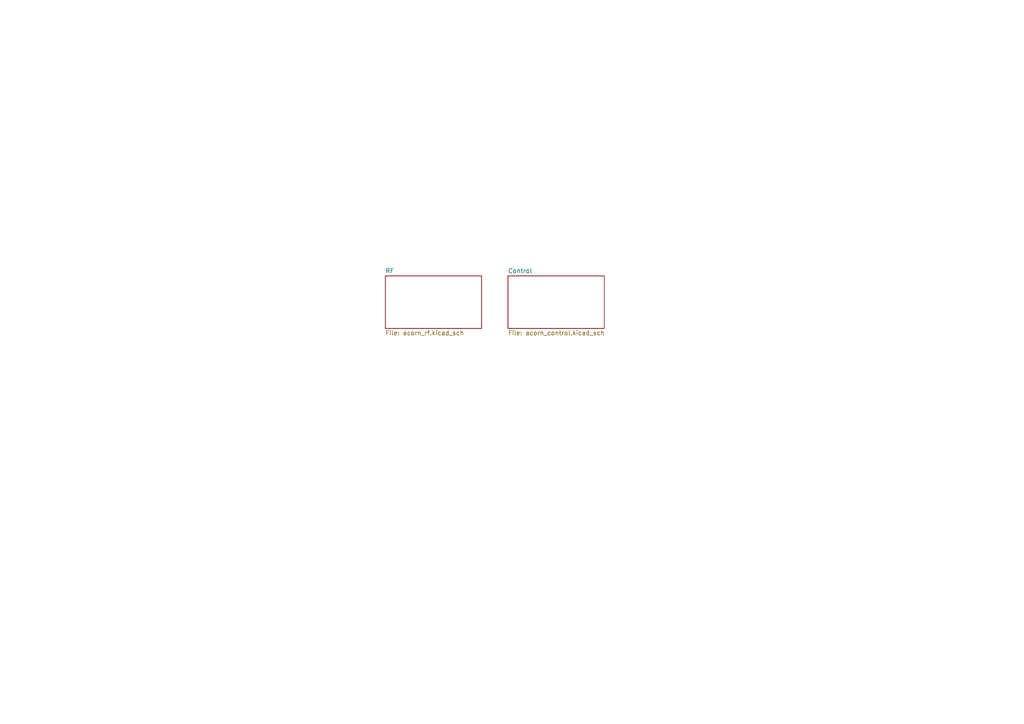
<source format=kicad_sch>
(kicad_sch (version 20211123) (generator eeschema)
  (paper "A4")
  (lib_symbols)
  (sheet (at 147.32 80.01) (size 27.94 15.24) (stroke (width 0.1524))
    (property "Sheet name" "Control" (at 147.32 79.2984 0) (effects (justify left bottom)))
    (property "Sheet file" "acorn_control.kicad_sch" (at 147.32 95.8346 0) (effects (justify left top)))
  )
  (sheet (at 111.76 80.01) (size 27.94 15.24) (stroke (width 0.1524))
    (property "Sheet name" "RF" (at 111.76 79.2984 0) (effects (justify left bottom)))
    (property "Sheet file" "acorn_rf.kicad_sch" (at 111.76 95.8346 0) (effects (justify left top)))
  )
)
</source>
